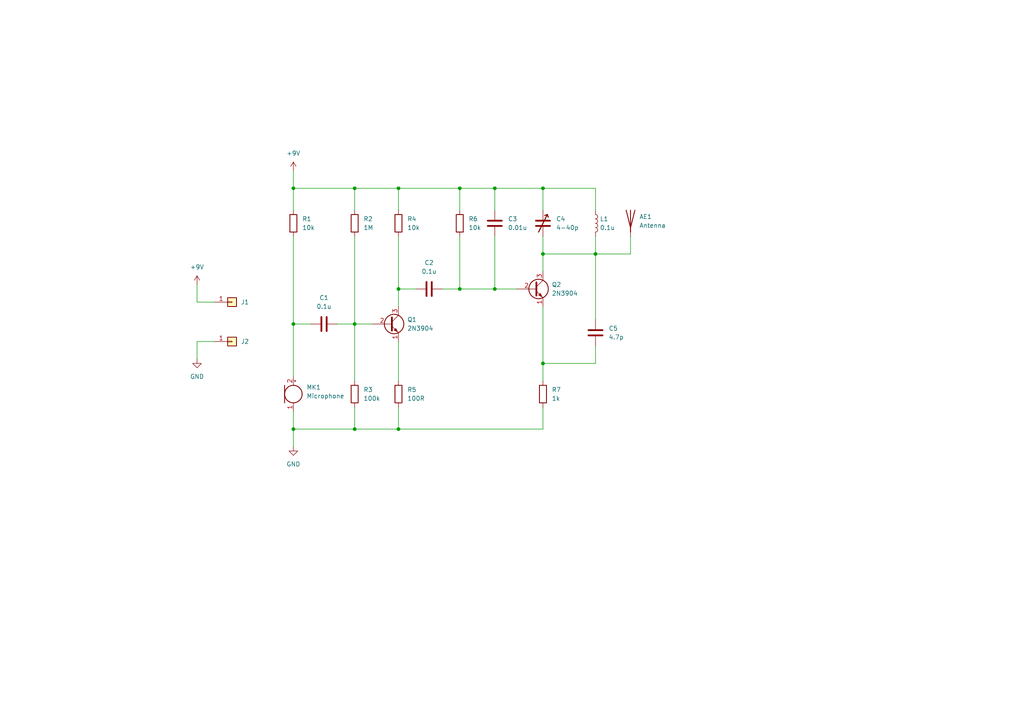
<source format=kicad_sch>
(kicad_sch (version 20211123) (generator eeschema)
  (paper "A4")
  (lib_symbols
    (symbol "Device:Antenna" (pin_numbers hide) (pin_names (offset 1.016) hide)
      (property "Reference" "AE" (at -1.905 1.905 0))
      (property "Value" "Antenna" (at -1.905 0 0))
      (symbol "Antenna_0_1"
        (polyline (pts (xy 0 2.54) (xy 0 -3.81)) (stroke (width 0.254)))
        (polyline (pts (xy 1.27 2.54) (xy 0 -2.54) (xy -1.27 2.54)) (stroke (width 0.254)))
      )
      (symbol "Antenna_1_1"
        (pin input line (at 0 -5.08 90) (length 2.54) (name "A") (number "1"))
      )
    )
    (symbol "Device:C" (pin_numbers hide) (pin_names (offset 0.254))
      (property "Reference" "C" (at 0.635 2.54 0))
      (property "Value" "C" (at 0.635 -2.54 0))
      (symbol "C_0_1"
        (polyline (pts (xy -2.032 -0.762) (xy 2.032 -0.762)) (stroke (width 0.508)))
        (polyline (pts (xy -2.032 0.762) (xy 2.032 0.762)) (stroke (width 0.508)))
      )
      (symbol "C_1_1"
        (pin passive line (at 0 3.81 270) (length 2.794) (name "~") (number "1"))
        (pin passive line (at 0 -3.81 90) (length 2.794) (name "~") (number "2"))
      )
    )
    (symbol "Device:C_Variable" (pin_numbers hide) (pin_names (offset 0.254) hide)
      (property "Reference" "C" (at 0.635 -1.905 0))
      (property "Value" "C_Variable" (at 0.635 -3.81 0))
      (symbol "C_Variable_0_1"
        (polyline (pts (xy -2.032 -0.762) (xy 2.032 -0.762)) (stroke (width 0.508)))
        (polyline (pts (xy -2.032 0.762) (xy 2.032 0.762)) (stroke (width 0.508)))
        (polyline (pts (xy 1.27 2.54) (xy -1.27 -2.54)) (stroke (width 0.3048)))
        (polyline (pts (xy 1.27 2.54) (xy 0.508 2.286)) (stroke (width 0.3048)))
        (polyline (pts (xy 1.27 2.54) (xy 1.524 1.778)) (stroke (width 0.3048)))
      )
      (symbol "C_Variable_1_1"
        (pin passive line (at 0 3.81 270) (length 3.048) (name "~") (number "1"))
        (pin passive line (at 0 -3.81 90) (length 3.048) (name "~") (number "2"))
      )
    )
    (symbol "Device:L" (pin_numbers hide) (pin_names (offset 1.016) hide)
      (property "Reference" "L" (at -1.27 0 90))
      (property "Value" "L" (at 1.905 0 90))
      (symbol "L_0_1"
        (arc (start 0 -2.54) (mid 0.635 -1.905) (end 0 -1.27))
        (arc (start 0 -1.27) (mid 0.635 -0.635) (end 0 0))
        (arc (start 0 0) (mid 0.635 0.635) (end 0 1.27))
        (arc (start 0 1.27) (mid 0.635 1.905) (end 0 2.54))
      )
      (symbol "L_1_1"
        (pin passive line (at 0 3.81 270) (length 1.27) (name "1") (number "1"))
        (pin passive line (at 0 -3.81 90) (length 1.27) (name "2") (number "2"))
      )
    )
    (symbol "Device:Microphone" (pin_names (offset 0.0254) hide)
      (property "Reference" "MK" (at -3.81 1.27 0))
      (property "Value" "Microphone" (at -3.81 -0.635 0))
      (symbol "Microphone_0_1"
        (polyline (pts (xy -2.54 2.54) (xy -2.54 -2.54)) (stroke (width 0.254)))
        (polyline (pts (xy 0.254 3.81) (xy 0.762 3.81)))
        (polyline (pts (xy 0.508 4.064) (xy 0.508 3.556)))
        (circle (center 0 0) (radius 2.54) (stroke (width 0.254)))
      )
      (symbol "Microphone_1_1"
        (pin passive line (at 0 -5.08 90) (length 2.54) (name "-") (number "1"))
        (pin passive line (at 0 5.08 270) (length 2.54) (name "+") (number "2"))
      )
    )
    (symbol "Device:R" (pin_numbers hide) (pin_names (offset 0))
      (property "Reference" "R" (at 2.032 0 90))
      (property "Value" "R" (at 0 0 90))
      (symbol "R_0_1"
        (rectangle (start -1.016 -2.54) (end 1.016 2.54) (stroke (width 0.254)))
      )
      (symbol "R_1_1"
        (pin passive line (at 0 3.81 270) (length 1.27) (name "~") (number "1"))
        (pin passive line (at 0 -3.81 90) (length 1.27) (name "~") (number "2"))
      )
    )
    (symbol "My_Misc:Single_connector" (pin_names (offset 1.016) hide)
      (property "Reference" "J" (at 0 2.54 0))
      (symbol "Single_connector_1_1"
        (rectangle (start -1.27 0.127) (end 0 -0.127) (stroke (width 0.1524)))
        (rectangle (start -1.27 1.27) (end 1.27 -1.27) (stroke (width 0.254)) (fill (type background)))
        (pin passive line (at -5.08 0 0) (length 3.81) (name "Pin_1") (number "1"))
      )
    )
    (symbol "Transistor_BJT:2N3904" (pin_names (offset 0) hide)
      (property "Reference" "Q" (at 5.08 1.905 0))
      (property "Value" "2N3904" (at 5.08 0 0))
      (symbol "2N3904_0_1"
        (polyline (pts (xy 0.635 0.635) (xy 2.54 2.54)))
        (polyline (pts (xy 0.635 -0.635) (xy 2.54 -2.54) (xy 2.54 -2.54)))
        (polyline (pts (xy 0.635 1.905) (xy 0.635 -1.905) (xy 0.635 -1.905)) (stroke (width 0.508)))
        (polyline (pts (xy 1.27 -1.778) (xy 1.778 -1.27) (xy 2.286 -2.286) (xy 1.27 -1.778) (xy 1.27 -1.778)) (fill (type outline)))
        (circle (center 1.27 0) (radius 2.8194) (stroke (width 0.254)))
      )
      (symbol "2N3904_1_1"
        (pin passive line (at 2.54 -5.08 90) (length 2.54) (name "E") (number "1"))
        (pin passive line (at -5.08 0 0) (length 5.715) (name "B") (number "2"))
        (pin passive line (at 2.54 5.08 270) (length 2.54) (name "C") (number "3"))
      )
    )
    (symbol "power:+9V" (power) (pin_names (offset 0))
      (property "Value" "+9V" (at 0 3.556 0))
      (symbol "+9V_0_1"
        (polyline (pts (xy -0.762 1.27) (xy 0 2.54)))
        (polyline (pts (xy 0 0) (xy 0 2.54)))
        (polyline (pts (xy 0 2.54) (xy 0.762 1.27)))
      )
      (symbol "+9V_1_1"
        (pin power_in line (at 0 0 90) (length 0) hide (name "+9V") (number "1"))
      )
    )
    (symbol "power:GND" (power) (pin_names (offset 0))
      (property "Value" "GND" (at 0 -3.81 0))
      (symbol "GND_0_1"
        (polyline (pts (xy 0 0) (xy 0 -1.27) (xy 1.27 -1.27) (xy 0 -2.54) (xy -1.27 -1.27) (xy 0 -1.27)))
      )
      (symbol "GND_1_1"
        (pin power_in line (at 0 0 270) (length 0) hide (name "GND") (number "1"))
      )
    )
  )
  (junction (at 143.51 83.82))
  (junction (at 85.09 54.61))
  (junction (at 85.09 93.98))
  (junction (at 172.72 73.66))
  (junction (at 143.51 54.61))
  (junction (at 133.35 83.82))
  (junction (at 157.48 73.66))
  (junction (at 133.35 54.61))
  (junction (at 115.57 83.82))
  (junction (at 102.87 93.98))
  (junction (at 157.48 105.41))
  (junction (at 102.87 124.46))
  (junction (at 102.87 54.61))
  (junction (at 115.57 124.46))
  (junction (at 157.48 54.61))
  (junction (at 85.09 124.46))
  (junction (at 115.57 54.61))
  (wire (pts (xy 157.48 105.41) (xy 172.72 105.41)))
  (wire (pts (xy 172.72 73.66) (xy 182.88 73.66)))
  (wire (pts (xy 102.87 93.98) (xy 107.95 93.98)))
  (wire (pts (xy 143.51 68.58) (xy 143.51 83.82)))
  (wire (pts (xy 157.48 73.66) (xy 172.72 73.66)))
  (wire (pts (xy 128.27 83.82) (xy 133.35 83.82)))
  (wire (pts (xy 143.51 83.82) (xy 149.86 83.82)))
  (wire (pts (xy 133.35 83.82) (xy 143.51 83.82)))
  (wire (pts (xy 115.57 83.82) (xy 115.57 88.9)))
  (wire (pts (xy 172.72 100.33) (xy 172.72 105.41)))
  (wire (pts (xy 157.48 73.66) (xy 157.48 78.74)))
  (wire (pts (xy 157.48 105.41) (xy 157.48 110.49)))
  (wire (pts (xy 133.35 83.82) (xy 133.35 68.58)))
  (wire (pts (xy 57.15 87.63) (xy 62.23 87.63)))
  (wire (pts (xy 172.72 54.61) (xy 172.72 60.96)))
  (wire (pts (xy 182.88 73.66) (xy 182.88 68.58)))
  (wire (pts (xy 97.79 93.98) (xy 102.87 93.98)))
  (wire (pts (xy 102.87 54.61) (xy 102.87 60.96)))
  (wire (pts (xy 102.87 68.58) (xy 102.87 93.98)))
  (wire (pts (xy 157.48 54.61) (xy 172.72 54.61)))
  (wire (pts (xy 115.57 54.61) (xy 115.57 60.96)))
  (wire (pts (xy 85.09 49.53) (xy 85.09 54.61)))
  (wire (pts (xy 85.09 119.38) (xy 85.09 124.46)))
  (wire (pts (xy 85.09 124.46) (xy 102.87 124.46)))
  (wire (pts (xy 115.57 99.06) (xy 115.57 110.49)))
  (wire (pts (xy 85.09 68.58) (xy 85.09 93.98)))
  (wire (pts (xy 85.09 54.61) (xy 102.87 54.61)))
  (wire (pts (xy 157.48 88.9) (xy 157.48 105.41)))
  (wire (pts (xy 157.48 68.58) (xy 157.48 73.66)))
  (wire (pts (xy 157.48 118.11) (xy 157.48 124.46)))
  (wire (pts (xy 143.51 54.61) (xy 143.51 60.96)))
  (wire (pts (xy 157.48 54.61) (xy 157.48 60.96)))
  (wire (pts (xy 157.48 124.46) (xy 115.57 124.46)))
  (wire (pts (xy 115.57 54.61) (xy 133.35 54.61)))
  (wire (pts (xy 143.51 54.61) (xy 157.48 54.61)))
  (wire (pts (xy 102.87 93.98) (xy 102.87 110.49)))
  (wire (pts (xy 102.87 124.46) (xy 102.87 118.11)))
  (wire (pts (xy 85.09 60.96) (xy 85.09 54.61)))
  (wire (pts (xy 102.87 54.61) (xy 115.57 54.61)))
  (wire (pts (xy 85.09 93.98) (xy 90.17 93.98)))
  (wire (pts (xy 85.09 93.98) (xy 85.09 109.22)))
  (wire (pts (xy 115.57 83.82) (xy 120.65 83.82)))
  (wire (pts (xy 115.57 68.58) (xy 115.57 83.82)))
  (wire (pts (xy 62.23 99.06) (xy 57.15 99.06)))
  (wire (pts (xy 133.35 54.61) (xy 143.51 54.61)))
  (wire (pts (xy 85.09 124.46) (xy 85.09 129.54)))
  (wire (pts (xy 102.87 124.46) (xy 115.57 124.46)))
  (wire (pts (xy 57.15 82.55) (xy 57.15 87.63)))
  (wire (pts (xy 172.72 73.66) (xy 172.72 92.71)))
  (wire (pts (xy 115.57 124.46) (xy 115.57 118.11)))
  (wire (pts (xy 133.35 54.61) (xy 133.35 60.96)))
  (wire (pts (xy 57.15 99.06) (xy 57.15 104.14)))
  (wire (pts (xy 172.72 73.66) (xy 172.72 68.58)))
  (symbol (lib_id "Device:R") (at 102.87 114.3 0) (unit 1)
    (property "Reference" "R3" (at 105.41 113.0299 0) (effects (justify left)))
    (property "Value" "100k" (at 105.41 115.5699 0) (effects (justify left)))
    (property "Footprint" "My_Misc:R_Axial_DIN0207_L6.3mm_D2.5mm_P2.54mm_Vertical_large" (effects hide))
  )
  (symbol (lib_id "power:+9V") (at 57.15 82.55 0) (unit 1)
    (property "Reference" "#PWR01" (effects hide))
    (property "Value" "+9V" (at 57.15 77.47 0))
  )
  (symbol (lib_id "Device:R") (at 102.87 64.77 0) (unit 1)
    (property "Reference" "R2" (at 105.41 63.4999 0) (effects (justify left)))
    (property "Value" "1M" (at 105.41 66.0399 0) (effects (justify left)))
    (property "Footprint" "My_Misc:R_Axial_DIN0207_L6.3mm_D2.5mm_P2.54mm_Vertical_large" (effects hide))
  )
  (symbol (lib_id "Device:R") (at 133.35 64.77 0) (unit 1)
    (property "Reference" "R6" (at 135.89 63.4999 0) (effects (justify left)))
    (property "Value" "10k" (at 135.89 66.0399 0) (effects (justify left)))
    (property "Footprint" "My_Misc:R_Axial_DIN0207_L6.3mm_D2.5mm_P2.54mm_Vertical_large" (effects hide))
  )
  (symbol (lib_id "Transistor_BJT:2N3904") (at 154.94 83.82 0) (unit 1)
    (property "Reference" "Q2" (at 160.02 82.5499 0) (effects (justify left)))
    (property "Value" "2N3904" (at 160.02 85.0899 0) (effects (justify left)))
    (property "Footprint" "My_Misc:TO-92_Inline_Wide_large" (effects hide))
    (property "Datasheet" "https://www.onsemi.com/pub/Collateral/2N3903-D.PDF" (effects hide))
  )
  (symbol (lib_id "Transistor_BJT:2N3904") (at 113.03 93.98 0) (unit 1)
    (property "Reference" "Q1" (at 118.11 92.7099 0) (effects (justify left)))
    (property "Value" "2N3904" (at 118.11 95.2499 0) (effects (justify left)))
    (property "Footprint" "My_Misc:TO-92_Inline_Wide_large" (effects hide))
    (property "Datasheet" "https://www.onsemi.com/pub/Collateral/2N3903-D.PDF" (effects hide))
  )
  (symbol (lib_id "Device:C") (at 172.72 96.52 180) (unit 1)
    (property "Reference" "C5" (at 176.53 95.2499 0) (effects (justify right)))
    (property "Value" "4.7p" (at 176.53 97.7899 0) (effects (justify right)))
    (property "Footprint" "My_Misc:C_Disc_D3.0mm_W1.6mm_P2.50mm_larg" (effects hide))
  )
  (symbol (lib_id "power:+9V") (at 85.09 49.53 0) (unit 1)
    (property "Reference" "#PWR03" (effects hide))
    (property "Value" "+9V" (at 85.09 44.45 0))
  )
  (symbol (lib_id "Device:R") (at 85.09 64.77 0) (unit 1)
    (property "Reference" "R1" (at 87.63 63.4999 0) (effects (justify left)))
    (property "Value" "10k" (at 87.63 66.0399 0) (effects (justify left)))
    (property "Footprint" "My_Misc:R_Axial_DIN0207_L6.3mm_D2.5mm_P2.54mm_Vertical_large" (effects hide))
  )
  (symbol (lib_id "Device:Antenna") (at 182.88 63.5 0) (unit 1)
    (property "Reference" "AE1" (at 185.42 62.8649 0) (effects (justify left)))
    (property "Value" "Antenna" (at 185.42 65.4049 0) (effects (justify left)))
    (property "Footprint" "My_Misc:Single_solder_pad" (effects hide))
  )
  (symbol (lib_id "Device:C") (at 143.51 64.77 180) (unit 1)
    (property "Reference" "C3" (at 147.32 63.4999 0) (effects (justify right)))
    (property "Value" "0.01u" (at 147.32 66.0399 0) (effects (justify right)))
    (property "Footprint" "My_Misc:C_Disc_D3.0mm_W1.6mm_P2.50mm_larg" (effects hide))
  )
  (symbol (lib_id "Device:R") (at 115.57 64.77 0) (unit 1)
    (property "Reference" "R4" (at 118.11 63.4999 0) (effects (justify left)))
    (property "Value" "10k" (at 118.11 66.0399 0) (effects (justify left)))
    (property "Footprint" "My_Misc:R_Axial_DIN0207_L6.3mm_D2.5mm_P2.54mm_Vertical_large" (effects hide))
  )
  (symbol (lib_id "Device:C_Variable") (at 157.48 64.77 0) (unit 1)
    (property "Reference" "C4" (at 161.29 63.4999 0) (effects (justify left)))
    (property "Value" "4-40p" (at 161.29 66.0399 0) (effects (justify left)))
    (property "Footprint" "My_Parts:JML06 Trim Capacitor" (effects hide))
  )
  (symbol (lib_id "My_Misc:Single_connector") (at 67.31 87.63 0) (unit 1)
    (property "Reference" "J1" (at 69.85 87.6299 0) (effects (justify left)))
    (property "Value" "Single_connector" (effects hide))
    (property "Footprint" "My_Misc:Single_solder_pad" (effects hide))
  )
  (symbol (lib_id "My_Misc:Single_connector") (at 67.31 99.06 0) (unit 1)
    (property "Reference" "J2" (at 69.85 99.0599 0) (effects (justify left)))
    (property "Value" "Single_connector" (effects hide))
    (property "Footprint" "My_Misc:Single_solder_pad" (effects hide))
  )
  (symbol (lib_id "Device:C") (at 124.46 83.82 90) (unit 1)
    (property "Reference" "C2" (at 124.46 76.2 90))
    (property "Value" "0.1u" (at 124.46 78.74 90))
    (property "Footprint" "My_Misc:C_Disc_D3.0mm_W1.6mm_P2.50mm_larg" (effects hide))
  )
  (symbol (lib_id "power:GND") (at 85.09 129.54 0) (unit 1)
    (property "Reference" "#PWR04" (effects hide))
    (property "Value" "GND" (at 85.09 134.62 0))
  )
  (symbol (lib_id "Device:R") (at 157.48 114.3 0) (unit 1)
    (property "Reference" "R7" (at 160.02 113.0299 0) (effects (justify left)))
    (property "Value" "1k" (at 160.02 115.5699 0) (effects (justify left)))
    (property "Footprint" "My_Misc:R_Axial_DIN0207_L6.3mm_D2.5mm_P2.54mm_Vertical_large" (effects hide))
  )
  (symbol (lib_id "Device:Microphone") (at 85.09 114.3 0) (unit 1)
    (property "Reference" "MK1" (at 88.9 112.3314 0) (effects (justify left)))
    (property "Value" "Microphone" (at 88.9 114.8714 0) (effects (justify left)))
    (property "Footprint" "My_Parts:Electret Microphone D-6.3 H-4.3" (effects hide))
  )
  (symbol (lib_id "Device:L") (at 172.72 64.77 0) (unit 1)
    (property "Reference" "L1" (at 173.99 63.4999 0) (effects (justify left)))
    (property "Value" "0.1u" (at 173.99 66.0399 0) (effects (justify left)))
    (property "Footprint" "My_Parts:Coil 10.16" (effects hide))
  )
  (symbol (lib_id "Device:R") (at 115.57 114.3 0) (unit 1)
    (property "Reference" "R5" (at 118.11 113.0299 0) (effects (justify left)))
    (property "Value" "100R" (at 118.11 115.5699 0) (effects (justify left)))
    (property "Footprint" "My_Misc:R_Axial_DIN0207_L6.3mm_D2.5mm_P2.54mm_Vertical_large" (effects hide))
  )
  (symbol (lib_id "power:GND") (at 57.15 104.14 0) (unit 1)
    (property "Reference" "#PWR02" (effects hide))
    (property "Value" "GND" (at 57.15 109.22 0))
  )
  (symbol (lib_id "Device:C") (at 93.98 93.98 90) (unit 1)
    (property "Reference" "C1" (at 93.98 86.36 90))
    (property "Value" "0.1u" (at 93.98 88.9 90))
    (property "Footprint" "My_Misc:C_Disc_D3.0mm_W1.6mm_P2.50mm_larg" (effects hide))
  )
)
</source>
